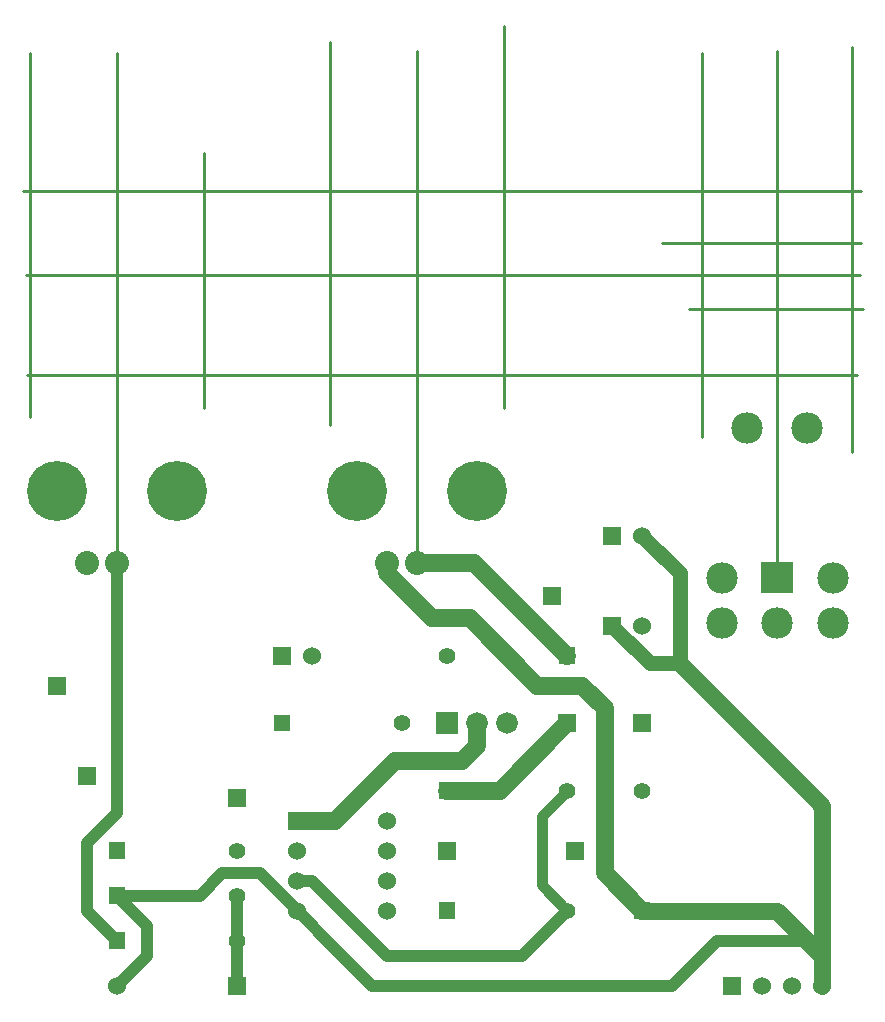
<source format=gbr>
G04 start of page 2 for group 0 idx 0 *
G04 Title: (unknown), component *
G04 Creator: pcb 20100929 *
G04 CreationDate: Thu Mar 10 15:56:12 2011 UTC *
G04 For: fosse *
G04 Format: Gerber/RS-274X *
G04 PCB-Dimensions: 282500 400000 *
G04 PCB-Coordinate-Origin: lower left *
%MOIN*%
%FSLAX25Y25*%
%LNFRONT*%
%ADD11C,0.0550*%
%ADD12C,0.0100*%
%ADD13C,0.0400*%
%ADD14C,0.0600*%
%ADD15C,0.0500*%
%ADD16C,0.0350*%
%ADD17C,0.0800*%
%ADD18C,0.2000*%
%ADD19C,0.0200*%
%ADD20C,0.1050*%
%ADD21C,0.0720*%
%ADD22C,0.0080*%
%ADD23C,0.0320*%
%ADD24C,0.0790*%
%ADD25C,0.0380*%
%ADD26C,0.0300*%
%ADD27C,0.0710*%
%ADD28C,0.0650*%
%ADD29C,0.0420*%
%ADD30C,0.0280*%
%ADD31C,0.0040*%
G54D11*X268500Y77500D02*Y137500D01*
G54D12*X253500Y213500D02*Y389000D01*
X228500Y260500D02*Y388500D01*
X278500Y255500D02*Y390500D01*
G54D13*X33500Y218500D02*Y135000D01*
X23500Y125000D02*Y102500D01*
G54D12*X33500Y218500D02*Y388500D01*
X62500Y270000D02*Y355000D01*
X4500Y267000D02*Y388500D01*
G54D13*X33500Y135000D02*X23500Y125000D01*
Y102500D02*X33500Y92500D01*
X43500Y87500D02*Y97500D01*
X33500Y107500D01*
Y77500D02*X43500Y87500D01*
X33500Y107500D02*X61000D01*
X68500Y115000D01*
X81000D01*
G54D14*X151000Y200000D02*X173500Y177500D01*
X152500Y218500D02*X183500Y187500D01*
X148500Y152500D02*X153500Y157500D01*
X143500Y142500D02*X161000D01*
X153500Y157500D02*Y165000D01*
G54D12*X162500Y270000D02*Y397500D01*
G54D14*X133500Y218500D02*X152500D01*
G54D13*X123500D02*Y215000D01*
G54D12*X133500Y218500D02*Y389000D01*
X104500Y264500D02*Y392000D01*
G54D14*X123500Y215000D02*X138500Y200000D01*
X151000D01*
X173500Y177500D02*X188500D01*
G54D13*X183500Y102500D02*X168500Y87500D01*
G54D14*X161000Y142500D02*X183500Y165000D01*
G54D11*X268500Y137500D02*X221000Y185000D01*
G54D15*Y215000D01*
X208500Y227500D01*
X221000Y185000D02*X211000D01*
X198500Y197500D01*
G54D14*X196000Y170000D02*Y115000D01*
X208500Y102500D01*
X188500Y177500D02*X196000Y170000D01*
G54D12*X3500Y281000D02*X280000D01*
X2000Y342500D02*X281500D01*
X3000Y314300D02*X281000D01*
X224000Y303000D02*X282000D01*
X215000Y325000D02*X281500D01*
G54D11*X253500Y102500D02*X268500Y87500D01*
G54D13*X233500Y92500D02*X263500D01*
X218500Y77500D02*X233500Y92500D01*
G54D11*X208500Y102500D02*X253500D01*
G54D13*X73500Y107500D02*Y77500D01*
X81000Y115000D02*X118500Y77500D01*
X93500Y112500D02*X98500D01*
X123500Y87500D01*
X168500D01*
X118500Y77500D02*X218500D01*
G54D14*X93500Y132500D02*X106000D01*
X126000Y152500D01*
X148500D01*
G54D16*X183500Y142500D02*X175000Y134000D01*
Y111000D01*
X183500Y102500D01*
G54D17*X23500Y218500D03*
G54D18*X13500Y242500D03*
G54D17*X33500Y218500D03*
G54D18*X53500Y242500D03*
G54D17*X123500Y218500D03*
G54D18*X113500Y242500D03*
G54D17*X133500Y218500D03*
G54D18*X153500Y242500D03*
G54D19*G36*
X205500Y168000D02*Y162000D01*
X211500D01*
Y168000D01*
X205500D01*
G37*
G36*
X195500Y200500D02*Y194500D01*
X201500D01*
Y200500D01*
X195500D01*
G37*
G54D14*X208500Y197500D03*
G54D19*G36*
X205750Y105250D02*Y99750D01*
X211250D01*
Y105250D01*
X205750D01*
G37*
G36*
X235500Y80500D02*Y74500D01*
X241500D01*
Y80500D01*
X235500D01*
G37*
G54D14*X248500Y77500D03*
X258500D03*
X268500D03*
G54D11*X208500Y142500D03*
X183500Y102500D03*
G54D19*G36*
X183000Y125500D02*Y119500D01*
X189000D01*
Y125500D01*
X183000D01*
G37*
G54D14*X196000Y122500D03*
G54D11*X183500Y142500D03*
G54D19*G36*
X180500Y168000D02*Y162000D01*
X186500D01*
Y168000D01*
X180500D01*
G37*
G36*
X180750Y190250D02*Y184750D01*
X186250D01*
Y190250D01*
X180750D01*
G37*
G36*
X195500Y230500D02*Y224500D01*
X201500D01*
Y230500D01*
X195500D01*
G37*
G54D14*X208500Y227500D03*
G54D20*X235000Y213500D03*
X243500Y263500D03*
X263500D03*
G54D19*G36*
X248250Y218750D02*Y208250D01*
X258750D01*
Y218750D01*
X248250D01*
G37*
G54D20*X272000Y213500D03*
X235000Y198500D03*
X253500D03*
X272000D03*
G54D19*G36*
X175500Y210500D02*Y204500D01*
X181500D01*
Y210500D01*
X175500D01*
G37*
G36*
X30750Y110250D02*Y104750D01*
X36250D01*
Y110250D01*
X30750D01*
G37*
G54D14*X33500Y77500D03*
G54D19*G36*
X30750Y95250D02*Y89750D01*
X36250D01*
Y95250D01*
X30750D01*
G37*
G36*
Y125250D02*Y119750D01*
X36250D01*
Y125250D01*
X30750D01*
G37*
G36*
X10500Y180500D02*Y174500D01*
X16500D01*
Y180500D01*
X10500D01*
G37*
G36*
X20500Y150500D02*Y144500D01*
X26500D01*
Y150500D01*
X20500D01*
G37*
G54D11*X73500Y107500D03*
G54D19*G36*
X70500Y80500D02*Y74500D01*
X76500D01*
Y80500D01*
X70500D01*
G37*
G54D11*X73500Y92500D03*
G54D19*G36*
X140750Y105250D02*Y99750D01*
X146250D01*
Y105250D01*
X140750D01*
G37*
G36*
Y145250D02*Y139750D01*
X146250D01*
Y145250D01*
X140750D01*
G37*
G36*
X139900Y168600D02*Y161400D01*
X147100D01*
Y168600D01*
X139900D01*
G37*
G54D21*X153500Y165000D03*
X163500D03*
G54D19*G36*
X140500Y125500D02*Y119500D01*
X146500D01*
Y125500D01*
X140500D01*
G37*
G54D11*X73500Y122500D03*
G54D19*G36*
X70500Y143000D02*Y137000D01*
X76500D01*
Y143000D01*
X70500D01*
G37*
G36*
X90500Y135500D02*Y129500D01*
X96500D01*
Y135500D01*
X90500D01*
G37*
G54D14*X93500Y122500D03*
Y112500D03*
Y102500D03*
X123500D03*
Y112500D03*
Y122500D03*
Y132500D03*
G54D19*G36*
X85500Y190500D02*Y184500D01*
X91500D01*
Y190500D01*
X85500D01*
G37*
G54D14*X98500Y187500D03*
G54D19*G36*
X85750Y167750D02*Y162250D01*
X91250D01*
Y167750D01*
X85750D01*
G37*
G54D11*X143500Y187500D03*
X128500Y165000D03*
G54D22*X253500Y303000D03*
X243500Y281000D03*
X53500D03*
X13500D03*
X113500D03*
X153500D03*
X33500Y314300D03*
X133500D03*
X263500Y281000D03*
G54D23*G54D24*G54D23*G54D24*G54D23*G54D24*G54D23*G54D24*G54D25*G54D26*G54D25*G54D26*G54D25*G54D26*G54D27*G54D28*G54D27*G54D25*G54D26*G54D25*G54D26*G54D29*G54D25*G54D26*G54D25*G54D30*G54D26*G54D31*M02*

</source>
